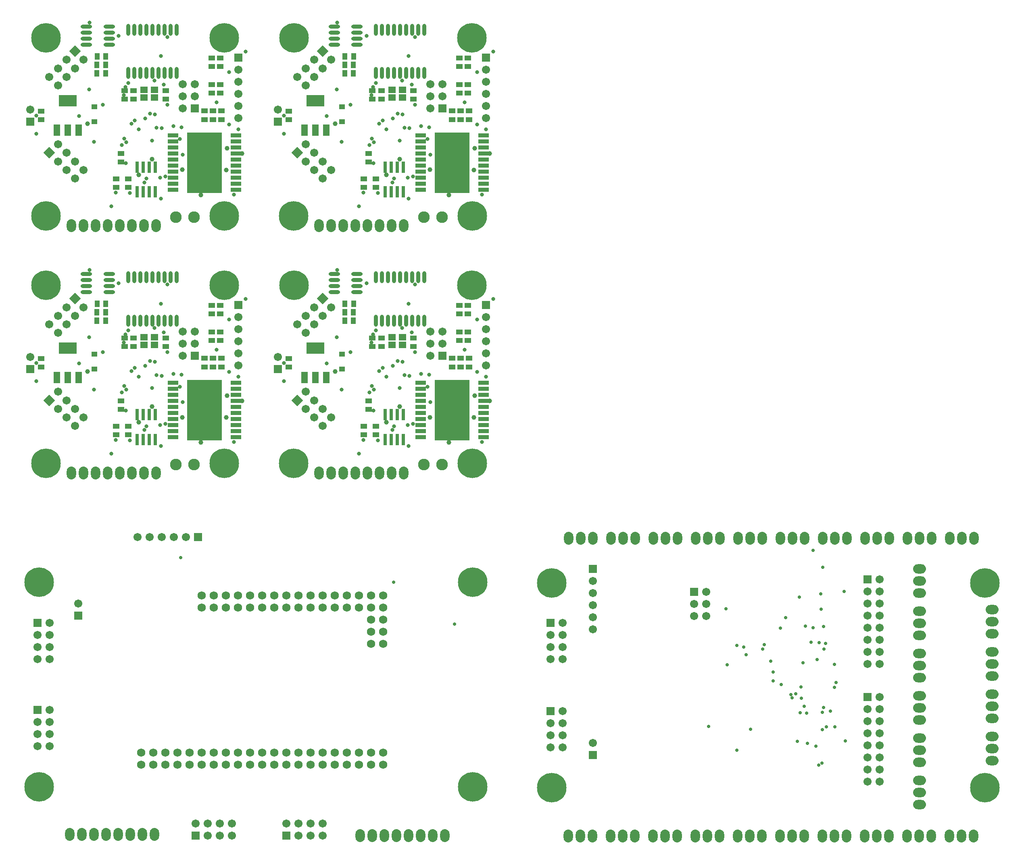
<source format=gbs>
G04 Layer_Color=16711935*
%FSLAX25Y25*%
%MOIN*%
G70*
G01*
G75*
%ADD67R,0.05524X0.03950*%
%ADD68R,0.04540X0.04343*%
%ADD79R,0.06312X0.05524*%
%ADD84R,0.03950X0.05524*%
%ADD88O,0.07690X0.10642*%
%ADD89C,0.06706*%
%ADD90R,0.06706X0.06706*%
%ADD91O,0.10642X0.07690*%
%ADD92C,0.24422*%
%ADD93C,0.02768*%
%ADD94R,0.06706X0.06706*%
%ADD95C,0.06800*%
%ADD96P,0.09483X4X270.0*%
%ADD97C,0.09658*%
%ADD98P,0.09483X4X360.0*%
%ADD99C,0.03162*%
%ADD100C,0.03950*%
%ADD101O,0.03162X0.09855*%
%ADD102O,0.09461X0.03162*%
%ADD103R,0.05600X0.09600*%
%ADD104R,0.14973X0.09461*%
%ADD105R,0.29146X0.50406*%
%ADD106R,0.08674X0.03556*%
%ADD107R,0.03162X0.09461*%
D67*
X196891Y463758D02*
D03*
Y470844D02*
D03*
X130891Y505844D02*
D03*
Y498758D02*
D03*
X271890Y542758D02*
D03*
Y549844D02*
D03*
X192891Y442758D02*
D03*
Y449844D02*
D03*
X202891Y442758D02*
D03*
Y449844D02*
D03*
X278890Y527844D02*
D03*
Y520758D02*
D03*
X233891Y515758D02*
D03*
Y522844D02*
D03*
X207390D02*
D03*
Y515758D02*
D03*
X199891D02*
D03*
Y522844D02*
D03*
X265891Y499015D02*
D03*
Y506101D02*
D03*
X272890Y499015D02*
D03*
Y506101D02*
D03*
X279890Y499015D02*
D03*
Y506101D02*
D03*
X271890Y527844D02*
D03*
Y520758D02*
D03*
X278890Y549844D02*
D03*
Y542758D02*
D03*
X401615Y463758D02*
D03*
Y470844D02*
D03*
X335615Y505844D02*
D03*
Y498758D02*
D03*
X476615Y542758D02*
D03*
Y549844D02*
D03*
X397615Y442758D02*
D03*
Y449844D02*
D03*
X407615Y442758D02*
D03*
Y449844D02*
D03*
X483615Y527844D02*
D03*
Y520758D02*
D03*
X438615Y515758D02*
D03*
Y522844D02*
D03*
X412115D02*
D03*
Y515758D02*
D03*
X404615D02*
D03*
Y522844D02*
D03*
X470615Y499015D02*
D03*
Y506101D02*
D03*
X477615Y499015D02*
D03*
Y506101D02*
D03*
X484615Y499015D02*
D03*
Y506101D02*
D03*
X476615Y527844D02*
D03*
Y520758D02*
D03*
X483615Y549844D02*
D03*
Y542758D02*
D03*
X196891Y668482D02*
D03*
Y675568D02*
D03*
X130891Y710568D02*
D03*
Y703482D02*
D03*
X271890Y747482D02*
D03*
Y754568D02*
D03*
X192891Y647482D02*
D03*
Y654568D02*
D03*
X202891Y647482D02*
D03*
Y654568D02*
D03*
X278890Y732568D02*
D03*
Y725482D02*
D03*
X233891Y720482D02*
D03*
Y727568D02*
D03*
X207390D02*
D03*
Y720482D02*
D03*
X199891D02*
D03*
Y727568D02*
D03*
X265891Y703739D02*
D03*
Y710825D02*
D03*
X272890Y703739D02*
D03*
Y710825D02*
D03*
X279890Y703739D02*
D03*
Y710825D02*
D03*
X271890Y732568D02*
D03*
Y725482D02*
D03*
X278890Y754568D02*
D03*
Y747482D02*
D03*
X401615Y668482D02*
D03*
Y675568D02*
D03*
X335615Y710568D02*
D03*
Y703482D02*
D03*
X476615Y747482D02*
D03*
Y754568D02*
D03*
X397615Y647482D02*
D03*
Y654568D02*
D03*
X407615Y647482D02*
D03*
Y654568D02*
D03*
X483615Y732568D02*
D03*
Y725482D02*
D03*
X438615Y720482D02*
D03*
Y727568D02*
D03*
X412115D02*
D03*
Y720482D02*
D03*
X404615D02*
D03*
Y727568D02*
D03*
X470615Y703739D02*
D03*
Y710825D02*
D03*
X477615Y703739D02*
D03*
Y710825D02*
D03*
X484615Y703739D02*
D03*
Y710825D02*
D03*
X476615Y732568D02*
D03*
Y725482D02*
D03*
X483615Y754568D02*
D03*
Y747482D02*
D03*
D68*
X174891Y509502D02*
D03*
Y497100D02*
D03*
X379615Y509502D02*
D03*
Y497100D02*
D03*
X174891Y714226D02*
D03*
Y701824D02*
D03*
X379615Y714226D02*
D03*
Y701824D02*
D03*
D79*
X224721Y517151D02*
D03*
Y523450D02*
D03*
X216060Y517151D02*
D03*
Y523450D02*
D03*
X429446Y517151D02*
D03*
Y523450D02*
D03*
X420784Y517151D02*
D03*
Y523450D02*
D03*
X224721Y721876D02*
D03*
Y728175D02*
D03*
X216060Y721876D02*
D03*
Y728175D02*
D03*
X429446Y721876D02*
D03*
Y728175D02*
D03*
X420784Y721876D02*
D03*
Y728175D02*
D03*
D84*
X177348Y551301D02*
D03*
X184433D02*
D03*
X177085Y537301D02*
D03*
X184171D02*
D03*
X177085Y544301D02*
D03*
X184171D02*
D03*
X382072Y551301D02*
D03*
X389158D02*
D03*
X381809Y537301D02*
D03*
X388895D02*
D03*
X381809Y544301D02*
D03*
X388895D02*
D03*
X177348Y756025D02*
D03*
X184433D02*
D03*
X177085Y742025D02*
D03*
X184171D02*
D03*
X177085Y749025D02*
D03*
X184171D02*
D03*
X382072Y756025D02*
D03*
X389158D02*
D03*
X381809Y742025D02*
D03*
X388895D02*
D03*
X381809Y749025D02*
D03*
X388895D02*
D03*
D88*
X587063Y357398D02*
D03*
X577063D02*
D03*
X567063D02*
D03*
X622063D02*
D03*
X612063D02*
D03*
X602063D02*
D03*
X657063D02*
D03*
X647063D02*
D03*
X637063D02*
D03*
X692063D02*
D03*
X682063D02*
D03*
X672063D02*
D03*
X867063D02*
D03*
X857063D02*
D03*
X847063D02*
D03*
X727063D02*
D03*
X717063D02*
D03*
X707063D02*
D03*
X762063D02*
D03*
X752063D02*
D03*
X742063D02*
D03*
X797063D02*
D03*
X787063D02*
D03*
X777063D02*
D03*
X832063D02*
D03*
X822063D02*
D03*
X812063D02*
D03*
X902063D02*
D03*
X892063D02*
D03*
X882063D02*
D03*
X566563Y110898D02*
D03*
X576563D02*
D03*
X586563D02*
D03*
X601563D02*
D03*
X611563D02*
D03*
X621563D02*
D03*
X636563D02*
D03*
X646563D02*
D03*
X656563D02*
D03*
X671563D02*
D03*
X681563D02*
D03*
X691563D02*
D03*
X706563D02*
D03*
X716563D02*
D03*
X726563D02*
D03*
X741563D02*
D03*
X751563D02*
D03*
X761563D02*
D03*
X776563D02*
D03*
X786563D02*
D03*
X796563D02*
D03*
X811563D02*
D03*
X821563D02*
D03*
X831563D02*
D03*
X846563D02*
D03*
X856563D02*
D03*
X866563D02*
D03*
X881563D02*
D03*
X891563D02*
D03*
X901563D02*
D03*
X164563Y112146D02*
D03*
X184563D02*
D03*
X194563D02*
D03*
X224563D02*
D03*
X214563D02*
D03*
X204563D02*
D03*
X174563D02*
D03*
X154563D02*
D03*
X404563Y111398D02*
D03*
X424563D02*
D03*
X434563D02*
D03*
X464563D02*
D03*
X454563D02*
D03*
X444563D02*
D03*
X414563D02*
D03*
X394563D02*
D03*
X165891Y411301D02*
D03*
X185891D02*
D03*
X195891D02*
D03*
X225890D02*
D03*
X215891D02*
D03*
X205890D02*
D03*
X175891D02*
D03*
X155891D02*
D03*
X370615D02*
D03*
X390615D02*
D03*
X400615D02*
D03*
X430615D02*
D03*
X420615D02*
D03*
X410615D02*
D03*
X380615D02*
D03*
X360615D02*
D03*
X165891Y616025D02*
D03*
X185891D02*
D03*
X195891D02*
D03*
X225890D02*
D03*
X215891D02*
D03*
X205890D02*
D03*
X175891D02*
D03*
X155891D02*
D03*
X370615D02*
D03*
X390615D02*
D03*
X400615D02*
D03*
X430615D02*
D03*
X420615D02*
D03*
X410615D02*
D03*
X380615D02*
D03*
X360615D02*
D03*
D89*
X587063Y281898D02*
D03*
Y291898D02*
D03*
Y301898D02*
D03*
Y311898D02*
D03*
Y321898D02*
D03*
X824063Y155865D02*
D03*
Y165865D02*
D03*
Y175865D02*
D03*
Y185865D02*
D03*
Y195865D02*
D03*
Y205865D02*
D03*
Y215865D02*
D03*
Y225865D02*
D03*
X814063Y155865D02*
D03*
Y165865D02*
D03*
Y175865D02*
D03*
Y185865D02*
D03*
Y195865D02*
D03*
Y205865D02*
D03*
Y215865D02*
D03*
X824063Y253365D02*
D03*
Y263365D02*
D03*
Y273365D02*
D03*
Y283365D02*
D03*
Y293365D02*
D03*
Y303365D02*
D03*
Y313365D02*
D03*
Y323365D02*
D03*
X814063Y253365D02*
D03*
Y263365D02*
D03*
Y273365D02*
D03*
Y283365D02*
D03*
Y293365D02*
D03*
Y303365D02*
D03*
Y313365D02*
D03*
X680563Y312898D02*
D03*
X670563Y302898D02*
D03*
X680563D02*
D03*
X670563Y292898D02*
D03*
X680563D02*
D03*
X587063Y187898D02*
D03*
X562063Y287398D02*
D03*
X552063Y277398D02*
D03*
X562063D02*
D03*
X552063Y267398D02*
D03*
X562063D02*
D03*
X552063Y257398D02*
D03*
X562063D02*
D03*
Y214398D02*
D03*
X552063Y204398D02*
D03*
X562063D02*
D03*
X552063Y194398D02*
D03*
X562063D02*
D03*
X552063Y184398D02*
D03*
X562063D02*
D03*
X250563Y358398D02*
D03*
X240563D02*
D03*
X230563D02*
D03*
X220563D02*
D03*
X210563D02*
D03*
X161563Y303398D02*
D03*
X288563Y121083D02*
D03*
Y111083D02*
D03*
X278563Y121083D02*
D03*
Y111083D02*
D03*
X268563Y121083D02*
D03*
Y111083D02*
D03*
X258563Y121083D02*
D03*
X138063Y257398D02*
D03*
X128063D02*
D03*
X138063Y267398D02*
D03*
X128063D02*
D03*
X138063Y277398D02*
D03*
X128063D02*
D03*
X138063Y287398D02*
D03*
Y185398D02*
D03*
X128063D02*
D03*
X138063Y195398D02*
D03*
X128063D02*
D03*
X138063Y205398D02*
D03*
X128063D02*
D03*
X138063Y215398D02*
D03*
X363563Y121083D02*
D03*
Y111083D02*
D03*
X353563Y121083D02*
D03*
Y111083D02*
D03*
X343563Y121083D02*
D03*
Y111083D02*
D03*
X333563Y121083D02*
D03*
X144820Y527159D02*
D03*
X137748Y534230D02*
D03*
X151891D02*
D03*
X144820Y541301D02*
D03*
X158962D02*
D03*
X151891Y548372D02*
D03*
X166033D02*
D03*
X247890Y508301D02*
D03*
X257891Y518301D02*
D03*
X247890D02*
D03*
X257891Y528301D02*
D03*
X247890D02*
D03*
X121891Y507301D02*
D03*
X293891Y500301D02*
D03*
Y510301D02*
D03*
Y520301D02*
D03*
Y530301D02*
D03*
Y540301D02*
D03*
X144820Y478443D02*
D03*
Y464301D02*
D03*
X151891Y471372D02*
D03*
Y457230D02*
D03*
X158962Y464301D02*
D03*
Y450159D02*
D03*
X166033Y457230D02*
D03*
X349544Y527159D02*
D03*
X342473Y534230D02*
D03*
X356615D02*
D03*
X349544Y541301D02*
D03*
X363686D02*
D03*
X356615Y548372D02*
D03*
X370757D02*
D03*
X452615Y508301D02*
D03*
X462615Y518301D02*
D03*
X452615D02*
D03*
X462615Y528301D02*
D03*
X452615D02*
D03*
X326615Y507301D02*
D03*
X498615Y500301D02*
D03*
Y510301D02*
D03*
Y520301D02*
D03*
Y530301D02*
D03*
Y540301D02*
D03*
X349544Y478443D02*
D03*
Y464301D02*
D03*
X356615Y471372D02*
D03*
Y457230D02*
D03*
X363686Y464301D02*
D03*
Y450159D02*
D03*
X370757Y457230D02*
D03*
X144820Y731883D02*
D03*
X137748Y738954D02*
D03*
X151891D02*
D03*
X144820Y746025D02*
D03*
X158962D02*
D03*
X151891Y753096D02*
D03*
X166033D02*
D03*
X247890Y713025D02*
D03*
X257891Y723025D02*
D03*
X247890D02*
D03*
X257891Y733025D02*
D03*
X247890D02*
D03*
X121891Y712025D02*
D03*
X293891Y705025D02*
D03*
Y715025D02*
D03*
Y725025D02*
D03*
Y735025D02*
D03*
Y745025D02*
D03*
X144820Y683167D02*
D03*
Y669025D02*
D03*
X151891Y676096D02*
D03*
Y661954D02*
D03*
X158962Y669025D02*
D03*
Y654883D02*
D03*
X166033Y661954D02*
D03*
X349544Y731883D02*
D03*
X342473Y738954D02*
D03*
X356615D02*
D03*
X349544Y746025D02*
D03*
X363686D02*
D03*
X356615Y753096D02*
D03*
X370757D02*
D03*
X452615Y713025D02*
D03*
X462615Y723025D02*
D03*
X452615D02*
D03*
X462615Y733025D02*
D03*
X452615D02*
D03*
X326615Y712025D02*
D03*
X498615Y705025D02*
D03*
Y715025D02*
D03*
Y725025D02*
D03*
Y735025D02*
D03*
Y745025D02*
D03*
X349544Y683167D02*
D03*
Y669025D02*
D03*
X356615Y676096D02*
D03*
Y661954D02*
D03*
X363686Y669025D02*
D03*
Y654883D02*
D03*
X370757Y661954D02*
D03*
D90*
X587063Y331898D02*
D03*
X814063Y225865D02*
D03*
Y323365D02*
D03*
X670563Y312898D02*
D03*
X587063Y177898D02*
D03*
X552063Y287398D02*
D03*
Y214398D02*
D03*
X161563Y293398D02*
D03*
X128063Y287398D02*
D03*
Y215398D02*
D03*
X257891Y508301D02*
D03*
X121891Y497301D02*
D03*
X293891Y550301D02*
D03*
X462615Y508301D02*
D03*
X326615Y497301D02*
D03*
X498615Y550301D02*
D03*
X257891Y713025D02*
D03*
X121891Y702025D02*
D03*
X293891Y755025D02*
D03*
X462615Y713025D02*
D03*
X326615Y702025D02*
D03*
X498615Y755025D02*
D03*
D91*
X857063Y136980D02*
D03*
Y146980D02*
D03*
Y156980D02*
D03*
Y171980D02*
D03*
Y181980D02*
D03*
Y191980D02*
D03*
Y206980D02*
D03*
Y216980D02*
D03*
Y226980D02*
D03*
Y241980D02*
D03*
Y251980D02*
D03*
Y261980D02*
D03*
Y311980D02*
D03*
Y321980D02*
D03*
Y331980D02*
D03*
Y276980D02*
D03*
Y286980D02*
D03*
Y296980D02*
D03*
X917063Y173398D02*
D03*
Y183398D02*
D03*
Y193398D02*
D03*
Y208398D02*
D03*
Y218398D02*
D03*
Y228398D02*
D03*
Y243398D02*
D03*
Y253398D02*
D03*
Y263398D02*
D03*
Y278398D02*
D03*
Y288398D02*
D03*
Y298398D02*
D03*
D92*
X552811Y151016D02*
D03*
X911079D02*
D03*
X552811Y320307D02*
D03*
X911079D02*
D03*
X129311Y151516D02*
D03*
X487579D02*
D03*
X129311Y320807D02*
D03*
X487579D02*
D03*
X135091Y566501D02*
D03*
X282190D02*
D03*
X282390Y419201D02*
D03*
X134991D02*
D03*
X339815Y566501D02*
D03*
X486915D02*
D03*
X487115Y419201D02*
D03*
X339715D02*
D03*
X135091Y771225D02*
D03*
X282190D02*
D03*
X282390Y623925D02*
D03*
X134991D02*
D03*
X339815Y771225D02*
D03*
X486915D02*
D03*
X487115Y623925D02*
D03*
X339715D02*
D03*
D93*
X761663Y218398D02*
D03*
X787890Y237898D02*
D03*
X786763Y233998D02*
D03*
X717263Y199198D02*
D03*
X705863Y181998D02*
D03*
X795463Y189598D02*
D03*
X763488Y212423D02*
D03*
X759163Y224898D02*
D03*
X758163Y212898D02*
D03*
X696863Y298798D02*
D03*
X711563Y267298D02*
D03*
X727363Y265498D02*
D03*
X742463Y236398D02*
D03*
X698063Y252498D02*
D03*
X750663Y227898D02*
D03*
X746263Y291498D02*
D03*
X777883Y265720D02*
D03*
X757463Y308598D02*
D03*
X777063Y333198D02*
D03*
X768817Y283398D02*
D03*
X768963Y347098D02*
D03*
X773724Y169598D02*
D03*
X776416Y171351D02*
D03*
X771163Y185298D02*
D03*
X764163Y187598D02*
D03*
X786963Y201298D02*
D03*
X776763Y198998D02*
D03*
X783363Y214098D02*
D03*
X733863Y255598D02*
D03*
X786520Y252898D02*
D03*
X751463Y225298D02*
D03*
X713763Y260883D02*
D03*
X706063Y268498D02*
D03*
X773863Y270998D02*
D03*
X755963Y189398D02*
D03*
X735963Y246598D02*
D03*
X779363Y270336D02*
D03*
X767264Y271396D02*
D03*
X775124Y311198D02*
D03*
X794663Y313098D02*
D03*
X775512Y298698D02*
D03*
X777463Y217080D02*
D03*
X776663Y213398D02*
D03*
X779963Y201398D02*
D03*
X759040Y234198D02*
D03*
X728663Y269298D02*
D03*
X735863Y239198D02*
D03*
X762763Y284598D02*
D03*
X741960Y282998D02*
D03*
X682763Y201598D02*
D03*
X754663Y228598D02*
D03*
X777763Y284298D02*
D03*
X760547Y254398D02*
D03*
X772363Y256927D02*
D03*
X422163Y320898D02*
D03*
X472663Y286198D02*
D03*
X246363Y341298D02*
D03*
D94*
X260563Y358398D02*
D03*
X258563Y111083D02*
D03*
X333563D02*
D03*
D95*
X263563Y169898D02*
D03*
Y179898D02*
D03*
X253563Y169898D02*
D03*
Y179898D02*
D03*
X243563Y169898D02*
D03*
Y179898D02*
D03*
X233563Y169898D02*
D03*
Y179898D02*
D03*
X223563Y169898D02*
D03*
Y179898D02*
D03*
X333563Y299898D02*
D03*
Y309898D02*
D03*
X323563Y299898D02*
D03*
Y309898D02*
D03*
X313563Y299898D02*
D03*
Y309898D02*
D03*
X303563Y299898D02*
D03*
Y309898D02*
D03*
X293563Y299898D02*
D03*
Y309898D02*
D03*
X283563Y299898D02*
D03*
Y309898D02*
D03*
X273563Y299898D02*
D03*
Y309898D02*
D03*
X263563Y299898D02*
D03*
Y309898D02*
D03*
X343563D02*
D03*
X403563Y269898D02*
D03*
X413563D02*
D03*
X403563Y279898D02*
D03*
X413563D02*
D03*
X403563Y289898D02*
D03*
X413563D02*
D03*
Y299898D02*
D03*
Y309898D02*
D03*
X403563Y299898D02*
D03*
Y309898D02*
D03*
X393563Y299898D02*
D03*
Y309898D02*
D03*
X383563Y299898D02*
D03*
Y309898D02*
D03*
X373563Y299898D02*
D03*
Y309898D02*
D03*
X363563Y299898D02*
D03*
Y309898D02*
D03*
X353563Y299898D02*
D03*
Y309898D02*
D03*
X343563Y299898D02*
D03*
X273563Y169898D02*
D03*
X413563D02*
D03*
Y179898D02*
D03*
X403563Y169898D02*
D03*
Y179898D02*
D03*
X393563Y169898D02*
D03*
Y179898D02*
D03*
X383563Y169898D02*
D03*
Y179898D02*
D03*
X373563Y169898D02*
D03*
Y179898D02*
D03*
X363563Y169898D02*
D03*
Y179898D02*
D03*
X353563Y169898D02*
D03*
Y179898D02*
D03*
X343563Y169898D02*
D03*
Y179898D02*
D03*
X333563Y169898D02*
D03*
Y179898D02*
D03*
X323563Y169898D02*
D03*
Y179898D02*
D03*
X313563Y169898D02*
D03*
Y179898D02*
D03*
X303563Y169898D02*
D03*
Y179898D02*
D03*
X293563Y169898D02*
D03*
Y179898D02*
D03*
X283563Y169898D02*
D03*
Y179898D02*
D03*
X273563D02*
D03*
X213563Y169898D02*
D03*
Y179898D02*
D03*
D96*
X158962Y555443D02*
D03*
X363686D02*
D03*
X158962Y760167D02*
D03*
X363686D02*
D03*
D97*
X257390Y418301D02*
D03*
X242390D02*
D03*
X462115D02*
D03*
X447115D02*
D03*
X257390Y623025D02*
D03*
X242390D02*
D03*
X462115D02*
D03*
X447115D02*
D03*
D98*
X137748Y471372D02*
D03*
X342473D02*
D03*
X137748Y676096D02*
D03*
X342473D02*
D03*
D99*
X299890Y555301D02*
D03*
X204391Y438301D02*
D03*
X200691Y525901D02*
D03*
X162191Y502001D02*
D03*
X276091Y513101D02*
D03*
X200791Y463001D02*
D03*
X192691Y438501D02*
D03*
X245590Y482701D02*
D03*
X229190Y451001D02*
D03*
X195091Y568301D02*
D03*
X174591Y480401D02*
D03*
X205490Y495601D02*
D03*
X202791Y529101D02*
D03*
X217891Y450027D02*
D03*
X246990Y492501D02*
D03*
X233490Y451801D02*
D03*
X170591Y523721D02*
D03*
X235221Y567332D02*
D03*
X224590Y531101D02*
D03*
X208390Y498119D02*
D03*
X230490Y491701D02*
D03*
X240134Y493401D02*
D03*
X232390Y527701D02*
D03*
X235291Y511101D02*
D03*
X229890Y551401D02*
D03*
X211472Y490982D02*
D03*
X201291Y480301D02*
D03*
X197691Y478001D02*
D03*
X293791Y490901D02*
D03*
X199291Y519301D02*
D03*
X181991Y511301D02*
D03*
X229790Y433601D02*
D03*
X216390Y447001D02*
D03*
X247890Y469801D02*
D03*
X199591Y483201D02*
D03*
X126891Y487301D02*
D03*
Y502301D02*
D03*
X226391Y492101D02*
D03*
X216891Y499852D02*
D03*
X286390Y538301D02*
D03*
Y494801D02*
D03*
X222604Y481474D02*
D03*
X220890Y503801D02*
D03*
X224890Y503301D02*
D03*
X170891Y579301D02*
D03*
X188891Y427301D02*
D03*
X290390Y436801D02*
D03*
X504615Y555301D02*
D03*
X409115Y438301D02*
D03*
X405415Y525901D02*
D03*
X366915Y502001D02*
D03*
X480815Y513101D02*
D03*
X405515Y463001D02*
D03*
X397415Y438501D02*
D03*
X450315Y482701D02*
D03*
X433915Y451001D02*
D03*
X399815Y568301D02*
D03*
X379315Y480401D02*
D03*
X410215Y495601D02*
D03*
X407515Y529101D02*
D03*
X422615Y450027D02*
D03*
X451715Y492501D02*
D03*
X438215Y451801D02*
D03*
X375315Y523721D02*
D03*
X439946Y567332D02*
D03*
X429315Y531101D02*
D03*
X413115Y498119D02*
D03*
X435215Y491701D02*
D03*
X444859Y493401D02*
D03*
X437115Y527701D02*
D03*
X440015Y511101D02*
D03*
X434615Y551401D02*
D03*
X416196Y490982D02*
D03*
X406015Y480301D02*
D03*
X402415Y478001D02*
D03*
X498515Y490901D02*
D03*
X404015Y519301D02*
D03*
X386715Y511301D02*
D03*
X434515Y433601D02*
D03*
X421115Y447001D02*
D03*
X452615Y469801D02*
D03*
X404315Y483201D02*
D03*
X331615Y487301D02*
D03*
Y502301D02*
D03*
X431115Y492101D02*
D03*
X421615Y499852D02*
D03*
X491115Y538301D02*
D03*
Y494801D02*
D03*
X427328Y481474D02*
D03*
X425615Y503801D02*
D03*
X429615Y503301D02*
D03*
X375615Y579301D02*
D03*
X393615Y427301D02*
D03*
X495115Y436801D02*
D03*
X299890Y760025D02*
D03*
X204391Y643025D02*
D03*
X200691Y730625D02*
D03*
X162191Y706725D02*
D03*
X276091Y717825D02*
D03*
X200791Y667725D02*
D03*
X192691Y643225D02*
D03*
X245590Y687425D02*
D03*
X229190Y655725D02*
D03*
X195091Y773025D02*
D03*
X174591Y685125D02*
D03*
X205490Y700325D02*
D03*
X202791Y733825D02*
D03*
X217891Y654751D02*
D03*
X246990Y697225D02*
D03*
X233490Y656525D02*
D03*
X170591Y728445D02*
D03*
X235221Y772056D02*
D03*
X224590Y735825D02*
D03*
X208390Y702844D02*
D03*
X230490Y696425D02*
D03*
X240134Y698125D02*
D03*
X232390Y732425D02*
D03*
X235291Y715825D02*
D03*
X229890Y756125D02*
D03*
X211472Y695706D02*
D03*
X201291Y685025D02*
D03*
X197691Y682725D02*
D03*
X293791Y695625D02*
D03*
X199291Y724025D02*
D03*
X181991Y716025D02*
D03*
X229790Y638325D02*
D03*
X216390Y651725D02*
D03*
X247890Y674525D02*
D03*
X199591Y687925D02*
D03*
X126891Y692025D02*
D03*
Y707025D02*
D03*
X226391Y696825D02*
D03*
X216891Y704577D02*
D03*
X286390Y743025D02*
D03*
Y699525D02*
D03*
X222604Y686199D02*
D03*
X220890Y708525D02*
D03*
X224890Y708025D02*
D03*
X170891Y784025D02*
D03*
X188891Y632025D02*
D03*
X290390Y641525D02*
D03*
X504615Y760025D02*
D03*
X409115Y643025D02*
D03*
X405415Y730625D02*
D03*
X366915Y706725D02*
D03*
X480815Y717825D02*
D03*
X405515Y667725D02*
D03*
X397415Y643225D02*
D03*
X450315Y687425D02*
D03*
X433915Y655725D02*
D03*
X399815Y773025D02*
D03*
X379315Y685125D02*
D03*
X410215Y700325D02*
D03*
X407515Y733825D02*
D03*
X422615Y654751D02*
D03*
X451715Y697225D02*
D03*
X438215Y656525D02*
D03*
X375315Y728445D02*
D03*
X439946Y772056D02*
D03*
X429315Y735825D02*
D03*
X413115Y702844D02*
D03*
X435215Y696425D02*
D03*
X444859Y698125D02*
D03*
X437115Y732425D02*
D03*
X440015Y715825D02*
D03*
X434615Y756125D02*
D03*
X416196Y695706D02*
D03*
X406015Y685025D02*
D03*
X402415Y682725D02*
D03*
X498515Y695625D02*
D03*
X404015Y724025D02*
D03*
X386715Y716025D02*
D03*
X434515Y638325D02*
D03*
X421115Y651725D02*
D03*
X452615Y674525D02*
D03*
X404315Y687925D02*
D03*
X331615Y692025D02*
D03*
Y707025D02*
D03*
X431115Y696825D02*
D03*
X421615Y704577D02*
D03*
X491115Y743025D02*
D03*
Y699525D02*
D03*
X427328Y686199D02*
D03*
X425615Y708525D02*
D03*
X429615Y708025D02*
D03*
X375615Y784025D02*
D03*
X393615Y632025D02*
D03*
X495115Y641525D02*
D03*
D100*
X263090Y436601D02*
D03*
X211690Y453301D02*
D03*
X284591Y475301D02*
D03*
X247491Y457401D02*
D03*
X283836Y457301D02*
D03*
X222491Y466101D02*
D03*
X169291Y495401D02*
D03*
X296890Y470801D02*
D03*
X467815Y436601D02*
D03*
X416415Y453301D02*
D03*
X489315Y475301D02*
D03*
X452215Y457401D02*
D03*
X488560Y457301D02*
D03*
X427215Y466101D02*
D03*
X374015Y495401D02*
D03*
X501615Y470801D02*
D03*
X263090Y641325D02*
D03*
X211690Y658025D02*
D03*
X284591Y680025D02*
D03*
X247491Y662125D02*
D03*
X283836Y662025D02*
D03*
X222491Y670825D02*
D03*
X169291Y700125D02*
D03*
X296890Y675525D02*
D03*
X467815Y641325D02*
D03*
X416415Y658025D02*
D03*
X489315Y680025D02*
D03*
X452215Y662125D02*
D03*
X488560Y662025D02*
D03*
X427215Y670825D02*
D03*
X374015Y700125D02*
D03*
X501615Y675525D02*
D03*
D101*
X242891Y537387D02*
D03*
X237891D02*
D03*
X232891D02*
D03*
X227890D02*
D03*
X222890D02*
D03*
X217891D02*
D03*
X212891D02*
D03*
X207891D02*
D03*
X202891D02*
D03*
X242891Y573214D02*
D03*
X237891D02*
D03*
X232891D02*
D03*
X227890D02*
D03*
X222890D02*
D03*
X217891D02*
D03*
X212891D02*
D03*
X207891D02*
D03*
X202891D02*
D03*
X447615Y537387D02*
D03*
X442615D02*
D03*
X437615D02*
D03*
X432615D02*
D03*
X427615D02*
D03*
X422615D02*
D03*
X417615D02*
D03*
X412615D02*
D03*
X407615D02*
D03*
X447615Y573214D02*
D03*
X442615D02*
D03*
X437615D02*
D03*
X432615D02*
D03*
X427615D02*
D03*
X422615D02*
D03*
X417615D02*
D03*
X412615D02*
D03*
X407615D02*
D03*
X242891Y742112D02*
D03*
X237891D02*
D03*
X232891D02*
D03*
X227890D02*
D03*
X222890D02*
D03*
X217891D02*
D03*
X212891D02*
D03*
X207891D02*
D03*
X202891D02*
D03*
X242891Y777939D02*
D03*
X237891D02*
D03*
X232891D02*
D03*
X227890D02*
D03*
X222890D02*
D03*
X217891D02*
D03*
X212891D02*
D03*
X207891D02*
D03*
X202891D02*
D03*
X447615Y742112D02*
D03*
X442615D02*
D03*
X437615D02*
D03*
X432615D02*
D03*
X427615D02*
D03*
X422615D02*
D03*
X417615D02*
D03*
X412615D02*
D03*
X407615D02*
D03*
X447615Y777939D02*
D03*
X442615D02*
D03*
X437615D02*
D03*
X432615D02*
D03*
X427615D02*
D03*
X422615D02*
D03*
X417615D02*
D03*
X412615D02*
D03*
X407615D02*
D03*
D102*
X187339Y575801D02*
D03*
Y570801D02*
D03*
Y565801D02*
D03*
Y560801D02*
D03*
X168442Y575801D02*
D03*
Y570801D02*
D03*
Y565801D02*
D03*
Y560801D02*
D03*
X392064Y575801D02*
D03*
Y570801D02*
D03*
Y565801D02*
D03*
Y560801D02*
D03*
X373166Y575801D02*
D03*
Y570801D02*
D03*
Y565801D02*
D03*
Y560801D02*
D03*
X187339Y780525D02*
D03*
Y775525D02*
D03*
Y770525D02*
D03*
Y765525D02*
D03*
X168442Y780525D02*
D03*
Y775525D02*
D03*
Y770525D02*
D03*
Y765525D02*
D03*
X392064Y780525D02*
D03*
Y775525D02*
D03*
Y770525D02*
D03*
Y765525D02*
D03*
X373166Y780525D02*
D03*
Y775525D02*
D03*
Y770525D02*
D03*
Y765525D02*
D03*
D103*
X161991Y490101D02*
D03*
X152891D02*
D03*
X143791D02*
D03*
X366715D02*
D03*
X357615D02*
D03*
X348515D02*
D03*
X161991Y694825D02*
D03*
X152891D02*
D03*
X143791D02*
D03*
X366715D02*
D03*
X357615D02*
D03*
X348515D02*
D03*
D104*
X152891Y514502D02*
D03*
X357615D02*
D03*
X152891Y719226D02*
D03*
X357615D02*
D03*
D105*
X265891Y463301D02*
D03*
X470615D02*
D03*
X265891Y668025D02*
D03*
X470615D02*
D03*
D106*
X239906Y485801D02*
D03*
Y480801D02*
D03*
Y475801D02*
D03*
Y470801D02*
D03*
Y465801D02*
D03*
Y460801D02*
D03*
Y455801D02*
D03*
Y450801D02*
D03*
Y445801D02*
D03*
Y440801D02*
D03*
X291875D02*
D03*
Y445801D02*
D03*
Y450801D02*
D03*
Y455801D02*
D03*
Y460801D02*
D03*
Y465801D02*
D03*
Y470801D02*
D03*
Y475801D02*
D03*
Y480801D02*
D03*
Y485801D02*
D03*
X444631D02*
D03*
Y480801D02*
D03*
Y475801D02*
D03*
Y470801D02*
D03*
Y465801D02*
D03*
Y460801D02*
D03*
Y455801D02*
D03*
Y450801D02*
D03*
Y445801D02*
D03*
Y440801D02*
D03*
X496599D02*
D03*
Y445801D02*
D03*
Y450801D02*
D03*
Y455801D02*
D03*
Y460801D02*
D03*
Y465801D02*
D03*
Y470801D02*
D03*
Y475801D02*
D03*
Y480801D02*
D03*
Y485801D02*
D03*
X239906Y690525D02*
D03*
Y685525D02*
D03*
Y680525D02*
D03*
Y675525D02*
D03*
Y670525D02*
D03*
Y665525D02*
D03*
Y660525D02*
D03*
Y655525D02*
D03*
Y650525D02*
D03*
Y645525D02*
D03*
X291875D02*
D03*
Y650525D02*
D03*
Y655525D02*
D03*
Y660525D02*
D03*
Y665525D02*
D03*
Y670525D02*
D03*
Y675525D02*
D03*
Y680525D02*
D03*
Y685525D02*
D03*
Y690525D02*
D03*
X444631D02*
D03*
Y685525D02*
D03*
Y680525D02*
D03*
Y675525D02*
D03*
Y670525D02*
D03*
Y665525D02*
D03*
Y660525D02*
D03*
Y655525D02*
D03*
Y650525D02*
D03*
Y645525D02*
D03*
X496599D02*
D03*
Y650525D02*
D03*
Y655525D02*
D03*
Y660525D02*
D03*
Y665525D02*
D03*
Y670525D02*
D03*
Y675525D02*
D03*
Y680525D02*
D03*
Y685525D02*
D03*
Y690525D02*
D03*
D107*
X225391Y439065D02*
D03*
X220391D02*
D03*
X210390D02*
D03*
X225391Y459537D02*
D03*
X220391D02*
D03*
X210390D02*
D03*
X215390Y439065D02*
D03*
Y459537D02*
D03*
X430115Y439065D02*
D03*
X425115D02*
D03*
X415115D02*
D03*
X430115Y459537D02*
D03*
X425115D02*
D03*
X415115D02*
D03*
X420115Y439065D02*
D03*
Y459537D02*
D03*
X225391Y643789D02*
D03*
X220391D02*
D03*
X210390D02*
D03*
X225391Y664261D02*
D03*
X220391D02*
D03*
X210390D02*
D03*
X215390Y643789D02*
D03*
Y664261D02*
D03*
X430115Y643789D02*
D03*
X425115D02*
D03*
X415115D02*
D03*
X430115Y664261D02*
D03*
X425115D02*
D03*
X415115D02*
D03*
X420115Y643789D02*
D03*
Y664261D02*
D03*
M02*

</source>
